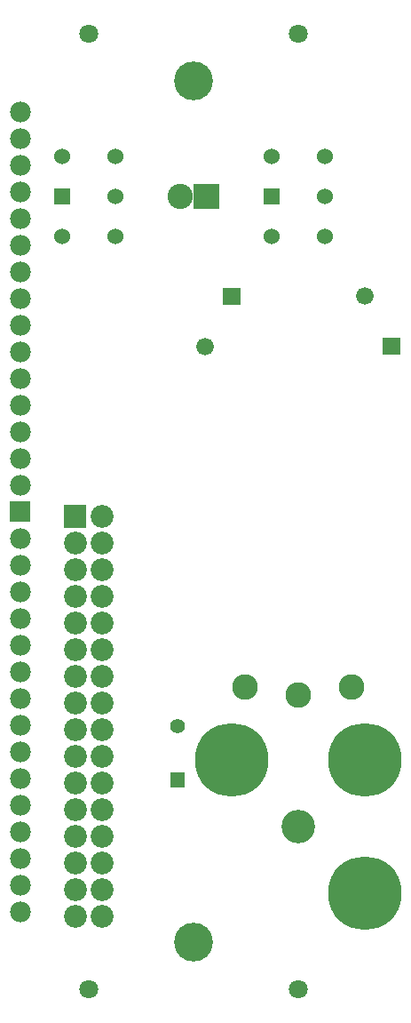
<source format=gts>
G04 start of page 8 for group -4063 idx -4063 *
G04 Title: 26.002.00.01.01.pcb, componentmask *
G04 Creator: pcb 4.1.2 *
G04 CreationDate: Tue Aug  7 21:16:31 2018 UTC *
G04 For: bert *
G04 Format: Gerber/RS-274X *
G04 PCB-Dimensions (mil): 2440.94 4527.56 *
G04 PCB-Coordinate-Origin: lower left *
%MOIN*%
%FSLAX25Y25*%
%LNGTS*%
%ADD90C,0.0950*%
%ADD89C,0.0600*%
%ADD88C,0.0660*%
%ADD87C,0.0960*%
%ADD86C,0.0560*%
%ADD85C,0.1260*%
%ADD84C,0.0001*%
%ADD83C,0.0780*%
%ADD82C,0.0860*%
%ADD81C,0.2760*%
%ADD80C,0.1457*%
%ADD79C,0.0710*%
G54D79*X70866Y47244D03*
X149606D03*
G54D80*X110237Y64961D03*
G54D81*X174607Y83268D03*
G54D82*X75866Y84606D03*
Y74606D03*
G54D83*X45276Y246378D03*
Y236378D03*
G54D84*G36*
X41376Y230278D02*Y222478D01*
X49176D01*
Y230278D01*
X41376D01*
G37*
G54D83*X45276Y216378D03*
Y206378D03*
Y196378D03*
Y186378D03*
Y176378D03*
Y166378D03*
Y156378D03*
Y146378D03*
Y136378D03*
Y126378D03*
Y116378D03*
Y106378D03*
Y96378D03*
Y86378D03*
Y76378D03*
G54D84*G36*
X61566Y228906D02*Y220306D01*
X70166D01*
Y228906D01*
X61566D01*
G37*
G54D82*X75866Y224606D03*
Y214606D03*
Y204606D03*
X65866Y214606D03*
Y204606D03*
Y194606D03*
Y184606D03*
Y174606D03*
Y164606D03*
X75866Y194606D03*
Y184606D03*
Y174606D03*
Y164606D03*
G54D85*X149607Y108268D03*
G54D81*X174607Y133268D03*
X124607D03*
G54D84*G36*
X101531Y128627D02*Y123027D01*
X107131D01*
Y128627D01*
X101531D01*
G37*
G54D86*X104331Y145827D03*
G54D87*X169831Y160670D03*
X149831Y157670D03*
X129831Y160670D03*
G54D82*X75866Y154606D03*
Y144606D03*
Y134606D03*
Y124606D03*
Y114606D03*
X65866Y154606D03*
Y144606D03*
Y134606D03*
Y124606D03*
Y114606D03*
Y104606D03*
X75866D03*
X65866Y94606D03*
X75866D03*
X65866Y84606D03*
Y74606D03*
G54D84*G36*
X181306Y291686D02*Y285086D01*
X187906D01*
Y291686D01*
X181306D01*
G37*
G54D88*X114606Y288386D03*
G54D84*G36*
X121306Y310387D02*Y303787D01*
X127906D01*
Y310387D01*
X121306D01*
G37*
G54D88*X174606Y307087D03*
G54D84*G36*
X57867Y347489D02*Y341489D01*
X63867D01*
Y347489D01*
X57867D01*
G37*
G54D83*X45276Y346378D03*
Y336378D03*
G54D89*X60867Y359489D03*
G54D83*X45276Y376378D03*
Y366378D03*
Y356378D03*
G54D79*X70866Y405512D03*
G54D89*X80867Y344489D03*
Y359489D03*
X60867Y329489D03*
X80867D03*
X139607D03*
X159607D03*
G54D79*X149606Y405512D03*
G54D84*G36*
X136607Y347489D02*Y341489D01*
X142607D01*
Y347489D01*
X136607D01*
G37*
G54D89*X139607Y359489D03*
X159607Y344489D03*
Y359489D03*
G54D80*X110237Y387796D03*
G54D84*G36*
X110487Y349239D02*Y339739D01*
X119987D01*
Y349239D01*
X110487D01*
G37*
G54D90*X105237Y344489D03*
G54D83*X45276Y326378D03*
Y316378D03*
Y306378D03*
Y296378D03*
Y286378D03*
Y276378D03*
Y266378D03*
Y256378D03*
M02*

</source>
